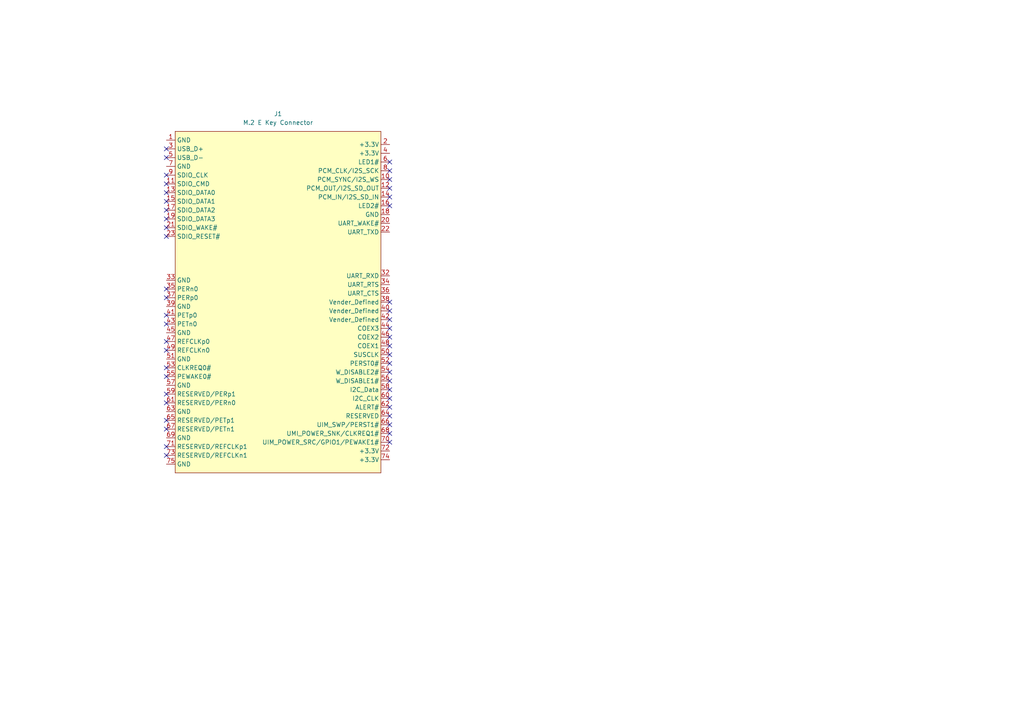
<source format=kicad_sch>
(kicad_sch (version 20250114) (generator "eeschema") (generator_version "9.0")
  (paper "A4")
  (lib_symbols
    (symbol "PCIexpress:M.2_E_Key"
      (property "Reference" "J" (at 0 0 0))
      (property "Value" "M.2 E Key Connector" (at 0 0 0))
      (symbol "M.2_E_Key_0_1"
        (rectangle (start -27.94 -5.08) (end 31.75 -104.14) (fill (type background)))
      )
      (symbol "M.2_E_Key_1_1"
        (pin power_in line (at -30.48 -7.62 0) (length 2.54) (name "GND") (number "1"))
        (pin bidirectional line (at -30.48 -10.16 0) (length 2.54) (name "USB_D+") (number "3"))
        (pin bidirectional line (at -30.48 -12.7 0) (length 2.54) (name "USB_D-") (number "5"))
        (pin power_in line (at -30.48 -15.24 0) (length 2.54) (name "GND") (number "7"))
        (pin input line (at -30.48 -17.78 0) (length 2.54) (name "SDIO_CLK") (number "9"))
        (pin bidirectional line (at -30.48 -20.32 0) (length 2.54) (name "SDIO_CMD") (number "11"))
        (pin bidirectional line (at -30.48 -22.86 0) (length 2.54) (name "SDIO_DATA0") (number "13"))
        (pin bidirectional line (at -30.48 -25.4 0) (length 2.54) (name "SDIO_DATA1") (number "15"))
        (pin bidirectional line (at -30.48 -27.94 0) (length 2.54) (name "SDIO_DATA2") (number "17"))
        (pin bidirectional line (at -30.48 -30.48 0) (length 2.54) (name "SDIO_DATA3") (number "19"))
        (pin output line (at -30.48 -33.02 0) (length 2.54) (name "SDIO_WAKE#") (number "21"))
        (pin input line (at -30.48 -35.56 0) (length 2.54) (name "SDIO_RESET#") (number "23"))
        (pin power_in line (at -30.48 -48.26 0) (length 2.54) (name "GND") (number "33"))
        (pin input line (at -30.48 -50.8 0) (length 2.54) (name "PERn0") (number "35"))
        (pin input line (at -30.48 -53.34 0) (length 2.54) (name "PERp0") (number "37"))
        (pin power_in line (at -30.48 -55.88 0) (length 2.54) (name "GND") (number "39"))
        (pin output line (at -30.48 -58.42 0) (length 2.54) (name "PETp0") (number "41"))
        (pin output line (at -30.48 -60.96 0) (length 2.54) (name "PETn0") (number "43"))
        (pin power_in line (at -30.48 -63.5 0) (length 2.54) (name "GND") (number "45"))
        (pin input line (at -30.48 -66.04 0) (length 2.54) (name "REFCLKp0") (number "47"))
        (pin input line (at -30.48 -68.58 0) (length 2.54) (name "REFCLKn0") (number "49"))
        (pin power_in line (at -30.48 -71.12 0) (length 2.54) (name "GND") (number "51"))
        (pin bidirectional line (at -30.48 -73.66 0) (length 2.54) (name "CLKREQ0#") (number "53"))
        (pin bidirectional line (at -30.48 -76.2 0) (length 2.54) (name "PEWAKE0#") (number "55"))
        (pin power_in line (at -30.48 -78.74 0) (length 2.54) (name "GND") (number "57"))
        (pin input line (at -30.48 -81.28 0) (length 2.54) (name "RESERVED/PERp1") (number "59"))
        (pin input line (at -30.48 -83.82 0) (length 2.54) (name "RESERVED/PERn0") (number "61"))
        (pin power_in line (at -30.48 -86.36 0) (length 2.54) (name "GND") (number "63"))
        (pin output line (at -30.48 -88.9 0) (length 2.54) (name "RESERVED/PETp1") (number "65"))
        (pin output line (at -30.48 -91.44 0) (length 2.54) (name "RESERVED/PETn1") (number "67"))
        (pin passive line (at -30.48 -93.98 0) (length 2.54) (name "GND") (number "69"))
        (pin input line (at -30.48 -96.52 0) (length 2.54) (name "RESERVED/REFCLKp1") (number "71"))
        (pin input line (at -30.48 -99.06 0) (length 2.54) (name "RESERVED/REFCLKn1") (number "73"))
        (pin power_in line (at -30.48 -101.6 0) (length 2.54) (name "GND") (number "75"))
        (pin power_in line (at 34.29 -8.89 180) (length 2.54) (name "+3.3V") (number "2"))
        (pin power_in line (at 34.29 -11.43 180) (length 2.54) (name "+3.3V") (number "4"))
        (pin output line (at 34.29 -13.97 180) (length 2.54) (name "LED1#") (number "6"))
        (pin bidirectional line (at 34.29 -16.51 180) (length 2.54) (name "PCM_CLK/I2S_SCK") (number "8"))
        (pin bidirectional line (at 34.29 -19.05 180) (length 2.54) (name "PCM_SYNC/I2S_WS") (number "10"))
        (pin output line (at 34.29 -21.59 180) (length 2.54) (name "PCM_OUT/I2S_SD_OUT") (number "12"))
        (pin input line (at 34.29 -24.13 180) (length 2.54) (name "PCM_IN/I2S_SD_IN") (number "14"))
        (pin output line (at 34.29 -26.67 180) (length 2.54) (name "LED2#") (number "16"))
        (pin power_in line (at 34.29 -29.21 180) (length 2.54) (name "GND") (number "18"))
        (pin output line (at 34.29 -31.75 180) (length 2.54) (name "UART_WAKE#") (number "20"))
        (pin output line (at 34.29 -34.29 180) (length 2.54) (name "UART_TXD") (number "22"))
        (pin input line (at 34.29 -46.99 180) (length 2.54) (name "UART_RXD") (number "32"))
        (pin output line (at 34.29 -49.53 180) (length 2.54) (name "UART_RTS") (number "34"))
        (pin input line (at 34.29 -52.07 180) (length 2.54) (name "UART_CTS") (number "36"))
        (pin unspecified line (at 34.29 -54.61 180) (length 2.54) (name "Vender_Defined") (number "38"))
        (pin unspecified line (at 34.29 -57.15 180) (length 2.54) (name "Vender_Defined") (number "40"))
        (pin unspecified line (at 34.29 -59.69 180) (length 2.54) (name "Vender_Defined") (number "42"))
        (pin bidirectional line (at 34.29 -62.23 180) (length 2.54) (name "COEX3") (number "44"))
        (pin bidirectional line (at 34.29 -64.77 180) (length 2.54) (name "COEX2") (number "46"))
        (pin bidirectional line (at 34.29 -67.31 180) (length 2.54) (name "COEX1") (number "48"))
        (pin input line (at 34.29 -69.85 180) (length 2.54) (name "SUSCLK") (number "50"))
        (pin input line (at 34.29 -72.39 180) (length 2.54) (name "PERST0#") (number "52"))
        (pin input line (at 34.29 -74.93 180) (length 2.54) (name "W_DISABLE2#") (number "54"))
        (pin input line (at 34.29 -77.47 180) (length 2.54) (name "W_DISABLE1#") (number "56"))
        (pin bidirectional line (at 34.29 -80.01 180) (length 2.54) (name "I2C_Data") (number "58"))
        (pin input line (at 34.29 -82.55 180) (length 2.54) (name "I2C_CLK") (number "60"))
        (pin output line (at 34.29 -85.09 180) (length 2.54) (name "ALERT#") (number "62"))
        (pin unspecified line (at 34.29 -87.63 180) (length 2.54) (name "RESERVED") (number "64"))
        (pin unspecified line (at 34.29 -90.17 180) (length 2.54) (name "UIM_SWP/PERST1#") (number "66"))
        (pin unspecified line (at 34.29 -92.71 180) (length 2.54) (name "UMI_POWER_SNK/CLKREQ1#") (number "68"))
        (pin unspecified line (at 34.29 -95.25 180) (length 2.54) (name "UIM_POWER_SRC/GPIO1/PEWAKE1#") (number "70"))
        (pin power_in line (at 34.29 -97.79 180) (length 2.54) (name "+3.3V") (number "72"))
        (pin power_in line (at 34.29 -100.33 180) (length 2.54) (name "+3.3V") (number "74"))
      )
    )
  )
  (no_connect (at 113.03 97.79))
  (no_connect (at 48.26 121.92))
  (no_connect (at 48.26 129.54))
  (no_connect (at 113.03 118.11))
  (no_connect (at 113.03 125.73))
  (no_connect (at 113.03 105.41))
  (no_connect (at 48.26 83.82))
  (no_connect (at 113.03 46.99))
  (no_connect (at 48.26 91.44))
  (no_connect (at 113.03 107.95))
  (no_connect (at 113.03 59.69))
  (no_connect (at 48.26 60.96))
  (no_connect (at 48.26 109.22))
  (no_connect (at 48.26 58.42))
  (no_connect (at 113.03 57.15))
  (no_connect (at 48.26 114.3))
  (no_connect (at 48.26 86.36))
  (no_connect (at 48.26 116.84))
  (no_connect (at 113.03 102.87))
  (no_connect (at 48.26 45.72))
  (no_connect (at 113.03 120.65))
  (no_connect (at 113.03 92.71))
  (no_connect (at 48.26 106.68))
  (no_connect (at 113.03 90.17))
  (no_connect (at 48.26 93.98))
  (no_connect (at 48.26 63.5))
  (no_connect (at 113.03 123.19))
  (no_connect (at 48.26 99.06))
  (no_connect (at 48.26 68.58))
  (no_connect (at 48.26 53.34))
  (no_connect (at 48.26 50.8))
  (no_connect (at 113.03 49.53))
  (no_connect (at 48.26 55.88))
  (no_connect (at 48.26 132.08))
  (no_connect (at 113.03 100.33))
  (no_connect (at 113.03 52.07))
  (no_connect (at 48.26 43.18))
  (no_connect (at 48.26 124.46))
  (no_connect (at 113.03 54.61))
  (no_connect (at 48.26 101.6))
  (no_connect (at 113.03 128.27))
  (no_connect (at 113.03 110.49))
  (no_connect (at 113.03 113.03))
  (no_connect (at 113.03 87.63))
  (no_connect (at 113.03 115.57))
  (no_connect (at 113.03 95.25))
  (no_connect (at 48.26 66.04))
  (symbol (lib_id "PCIexpress:M.2_E_Key") (at 78.74 33.02 0) (unit 1)
    (property "Reference" "J1" (at 80.645 33.02 0))
    (property "Value" "M.2 E Key Connector" (at 80.645 35.56 0))
    (property "Footprint" "PCIexpress:M.2 E Key Connector" (effects (hide yes)))
  )
)
</source>
